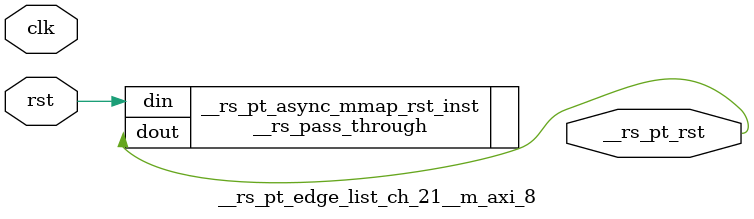
<source format=v>
`timescale 1 ns / 1 ps
/**   Generated by RapidStream   **/
module __rs_pt_edge_list_ch_21__m_axi_8 #(
    parameter BufferSize         = 32,
    parameter BufferSizeLog      = 5,
    parameter AddrWidth          = 64,
    parameter AxiSideAddrWidth   = 64,
    parameter DataWidth          = 512,
    parameter DataWidthBytesLog  = 6,
    parameter WaitTimeWidth      = 4,
    parameter BurstLenWidth      = 8,
    parameter EnableReadChannel  = 1,
    parameter EnableWriteChannel = 1,
    parameter MaxWaitTime        = 3,
    parameter MaxBurstLen        = 15
) (
    output wire __rs_pt_rst,
    input wire  clk,
    input wire  rst
);




__rs_pass_through #(
    .WIDTH (1)
) __rs_pt_async_mmap_rst_inst /**   Generated by RapidStream   **/ (
    .din  (rst),
    .dout (__rs_pt_rst)
);

endmodule  // __rs_pt_edge_list_ch_21__m_axi_8
</source>
